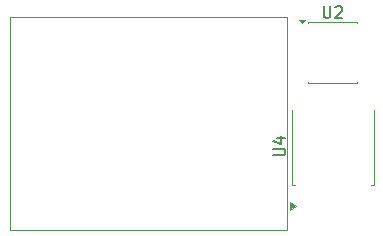
<source format=gbr>
%TF.GenerationSoftware,KiCad,Pcbnew,9.0.6*%
%TF.CreationDate,2025-11-21T12:23:08-05:00*%
%TF.ProjectId,ESP32C6-2,45535033-3243-4362-9d32-2e6b69636164,rev?*%
%TF.SameCoordinates,Original*%
%TF.FileFunction,Legend,Top*%
%TF.FilePolarity,Positive*%
%FSLAX46Y46*%
G04 Gerber Fmt 4.6, Leading zero omitted, Abs format (unit mm)*
G04 Created by KiCad (PCBNEW 9.0.6) date 2025-11-21 12:23:08*
%MOMM*%
%LPD*%
G01*
G04 APERTURE LIST*
%ADD10C,0.150000*%
%ADD11C,0.100000*%
%ADD12C,0.120000*%
G04 APERTURE END LIST*
D10*
X139600519Y-73196904D02*
X140410042Y-73196904D01*
X140410042Y-73196904D02*
X140505280Y-73149285D01*
X140505280Y-73149285D02*
X140552900Y-73101666D01*
X140552900Y-73101666D02*
X140600519Y-73006428D01*
X140600519Y-73006428D02*
X140600519Y-72815952D01*
X140600519Y-72815952D02*
X140552900Y-72720714D01*
X140552900Y-72720714D02*
X140505280Y-72673095D01*
X140505280Y-72673095D02*
X140410042Y-72625476D01*
X140410042Y-72625476D02*
X139600519Y-72625476D01*
X139933852Y-71720714D02*
X140600519Y-71720714D01*
X139552900Y-71958809D02*
X140267185Y-72196904D01*
X140267185Y-72196904D02*
X140267185Y-71577857D01*
X143858795Y-60554819D02*
X143858795Y-61364342D01*
X143858795Y-61364342D02*
X143906414Y-61459580D01*
X143906414Y-61459580D02*
X143954033Y-61507200D01*
X143954033Y-61507200D02*
X144049271Y-61554819D01*
X144049271Y-61554819D02*
X144239747Y-61554819D01*
X144239747Y-61554819D02*
X144334985Y-61507200D01*
X144334985Y-61507200D02*
X144382604Y-61459580D01*
X144382604Y-61459580D02*
X144430223Y-61364342D01*
X144430223Y-61364342D02*
X144430223Y-60554819D01*
X144858795Y-60650057D02*
X144906414Y-60602438D01*
X144906414Y-60602438D02*
X145001652Y-60554819D01*
X145001652Y-60554819D02*
X145239747Y-60554819D01*
X145239747Y-60554819D02*
X145334985Y-60602438D01*
X145334985Y-60602438D02*
X145382604Y-60650057D01*
X145382604Y-60650057D02*
X145430223Y-60745295D01*
X145430223Y-60745295D02*
X145430223Y-60840533D01*
X145430223Y-60840533D02*
X145382604Y-60983390D01*
X145382604Y-60983390D02*
X144811176Y-61554819D01*
X144811176Y-61554819D02*
X145430223Y-61554819D01*
%TO.C,U1*%
D11*
X117280000Y-79500000D02*
X140780000Y-79500000D01*
X140780000Y-61500000D01*
X117280000Y-61500000D01*
X117280000Y-79500000D01*
D12*
%TO.C,U4*%
X141195700Y-75745000D02*
X141465700Y-75745000D01*
X148095700Y-75745000D02*
X147825700Y-75745000D01*
X141195700Y-69325000D02*
X141195700Y-75745000D01*
X148095700Y-69325000D02*
X148095700Y-75745000D01*
X141505700Y-77475000D02*
X141035700Y-77815000D01*
X141035700Y-77135000D01*
X141505700Y-77475000D01*
G36*
X141505700Y-77475000D02*
G01*
X141035700Y-77815000D01*
X141035700Y-77135000D01*
X141505700Y-77475000D01*
G37*
%TO.C,U2*%
X142560700Y-61940000D02*
X146680700Y-61940000D01*
X142560700Y-62035000D02*
X142560700Y-61940000D01*
X142560700Y-67060000D02*
X142560700Y-66965000D01*
X146680700Y-61940000D02*
X146680700Y-62035000D01*
X146680700Y-66965000D02*
X146680700Y-67060000D01*
X146680700Y-67060000D02*
X142560700Y-67060000D01*
X142020700Y-62030000D02*
X141780700Y-61700000D01*
X142260700Y-61700000D01*
X142020700Y-62030000D01*
G36*
X142020700Y-62030000D02*
G01*
X141780700Y-61700000D01*
X142260700Y-61700000D01*
X142020700Y-62030000D01*
G37*
%TD*%
M02*

</source>
